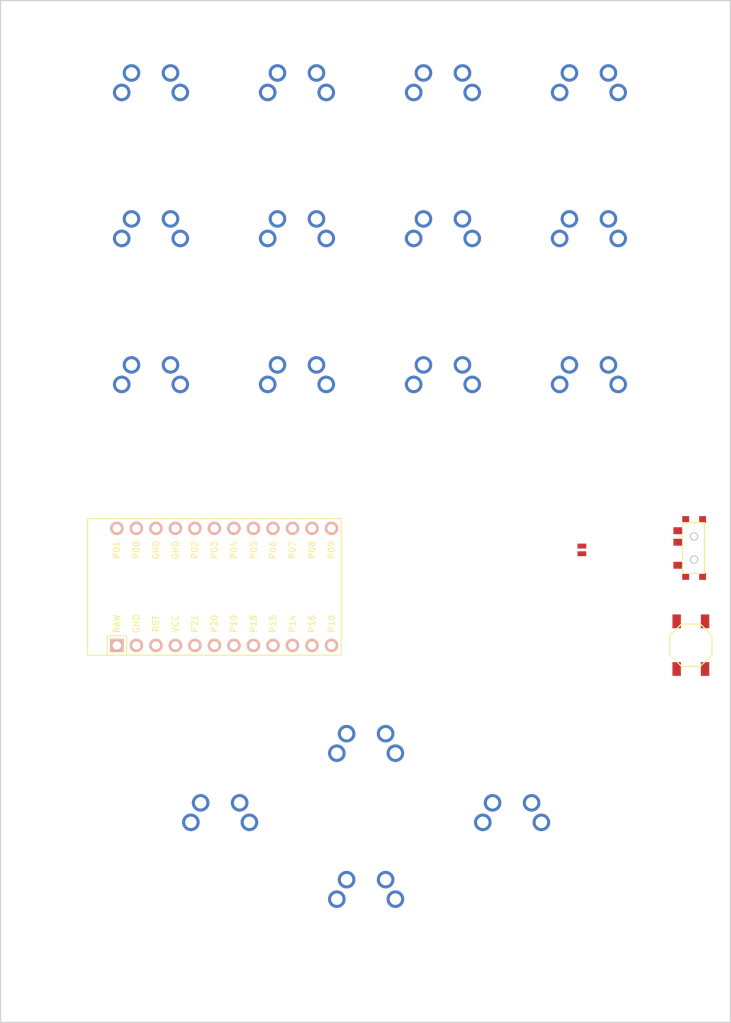
<source format=kicad_pcb>
(kicad_pcb (version 20241229) (generator "pcbnew") (generator_version "9.0")
  (title_block (title "navigatorPCB") (rev "v1.0.0") (company "Unknown"))
  (layers (0 "F.Cu" signal) (2 "B.Cu" signal) (13 "F.Paste" user) (15 "B.Paste" user) (5 "F.SilkS" user) (7 "B.SilkS" user) (1 "F.Mask" user) (3 "B.Mask" user) (25 "Edge.Cuts" user))
  (net 0 "")
  (net 1 "GND")
  (net 2 "macropad_pinky_bottom")
  (net 3 "macropad_pinky_middle")
  (net 4 "macropad_pinky_top")
  (net 5 "macropad_ring_bottom")
  (net 6 "macropad_ring_middle")
  (net 7 "macropad_ring_top")
  (net 8 "macropad_middle_bottom")
  (net 9 "macropad_middle_middle")
  (net 10 "macropad_middle_top")
  (net 11 "macropad_index_bottom")
  (net 12 "macropad_index_middle")
  (net 13 "macropad_index_top")
  (net 14 "navigator_left_down")
  (net 15 "navigator_updown_down")
  (net 16 "navigator_updown_up")
  (net 17 "navigator_right_down")
  (net 18 "RAW")
  (net 19 "RST")
  (net 20 "VCC")
  (net 21 "P0")
  (net 22 "navigator_left_up")
  (net 23 "P9")
  (net 24 "powerswitch")
  (net 25 "battery")
  (footprint "E73:SPDT_C128955" (layer "F.Cu") (at 106.115 86.25 -90)
    (property "Reference" "T1" (hide yes))
    (property "Value" "" (hide yes))
    (fp_line (start -3.3 1.5) (end 3.3 1.5) (stroke (width 0.15)) (layer "F.SilkS"))
    (fp_line (start 3.3 1.5) (end 3.3 -1.35) (stroke (width 0.15)) (layer "F.SilkS"))
    (fp_line (start -3.3 -1.35) (end -3.3 1.5) (stroke (width 0.15)) (layer "F.SilkS"))
    (fp_line (start 0 -1.35) (end -3.3 -1.35) (stroke (width 0.15)) (layer "F.SilkS"))
    (fp_line (start 0 -1.35) (end 3.3 -1.35) (stroke (width 0.15)) (layer "F.SilkS"))
    (fp_line (start 1.95 -1.35) (end -1.95 -1.35) (stroke (width 0.15)) (layer "F.SilkS"))
    (pad "" smd rect (at -3.7 -1.1 270) (size 0.9 0.9) (layers "F.Cu" "F.Mask" "F.Paste"))
    (pad "" smd rect (at -3.7 1.1 270) (size 0.9 0.9) (layers "F.Cu" "F.Mask" "F.Paste"))
    (pad "" np_thru_hole circle (at -1.5 0 270) (size 1 1) (drill 0.9) (layers "*.Cu" "*.Mask"))
    (pad "" np_thru_hole circle (at 1.5 0 270) (size 1 1) (drill 0.9) (layers "*.Cu" "*.Mask"))
    (pad "" smd rect (at 3.7 -1.1 270) (size 0.9 0.9) (layers "F.Cu" "F.Mask" "F.Paste"))
    (pad "" smd rect (at 3.7 1.1 270) (size 0.9 0.9) (layers "F.Cu" "F.Mask" "F.Paste"))
    (pad "1" smd rect (at 2.25 2.075 270) (size 0.9 1.25) (layers "F.Cu" "F.Mask" "F.Paste") (net 25 "battery"))
    (pad "2" smd rect (at -0.75 2.075 270) (size 0.9 1.25) (layers "F.Cu" "F.Mask" "F.Paste") (net 20 "VCC"))
    (pad "3" smd rect (at -2.25 2.075 270) (size 0.9 1.25) (layers "F.Cu" "F.Mask" "F.Paste"))
  )
  (footprint "E73:SW_TACT_ALPS_SKQGABE010" (layer "F.Cu") (at 105.69 98.9 90)
    (property "Reference" "B1" (hide yes))
    (property "Value" "" (hide yes))
    (fp_line (start -1.25 -2.75) (end 1.25 -2.75) (stroke (width 0.15)) (layer "F.SilkS"))
    (fp_line (start 2.75 -1.25) (end 1.25 -2.75) (stroke (width 0.15)) (layer "F.SilkS"))
    (fp_line (start 2.75 -1.25) (end 2.75 1.25) (stroke (width 0.15)) (layer "F.SilkS"))
    (fp_line (start -2.75 -1.25) (end -1.25 -2.75) (stroke (width 0.15)) (layer "F.SilkS"))
    (fp_line (start -2.75 -1.25) (end -2.75 1.25) (stroke (width 0.15)) (layer "F.SilkS"))
    (fp_line (start 2.75 1.25) (end 1.25 2.75) (stroke (width 0.15)) (layer "F.SilkS"))
    (fp_line (start -2.75 1.25) (end -1.25 2.75) (stroke (width 0.15)) (layer "F.SilkS"))
    (fp_line (start -1.25 2.75) (end 1.25 2.75) (stroke (width 0.15)) (layer "F.SilkS"))
    (pad "1" smd rect (at -3.1 -1.85 90) (size 1.8 1.1) (layers "F.Cu" "F.Mask" "F.Paste") (net 19 "RST"))
    (pad "1" smd rect (at 3.1 -1.85 90) (size 1.8 1.1) (layers "F.Cu" "F.Mask" "F.Paste") (net 19 "RST"))
    (pad "2" smd rect (at -3.1 1.85 90) (size 1.8 1.1) (layers "F.Cu" "F.Mask" "F.Paste") (net 1 "GND"))
    (pad "2" smd rect (at 3.1 1.85 90) (size 1.8 1.1) (layers "F.Cu" "F.Mask" "F.Paste") (net 1 "GND"))
  )
  (footprint "lib:Jumper" (layer "F.Cu") (at 91.5 86.5 -90)
    (property "Reference" "J1" (hide yes))
    (property "Value" "Jumper")
    (pad "1" smd rect (at -0.50038 0 270) (size 0.635 1.143) (layers "F.Cu" "F.Mask" "F.Paste") (net 20 "VCC") (clearance 0.1905))
    (pad "2" smd rect (at 0.50038 0 270) (size 0.635 1.143) (layers "F.Cu" "F.Mask" "F.Paste") (net 24 "powerswitch") (clearance 0.1905))
  )
  (footprint "MX" (layer "F.Cu") (at 82.42 124.5)
    (property "Reference" "S16" (hide yes))
    (property "Value" "" (hide yes))
    (pad "" np_thru_hole circle (at -5.08 0) (size 1.7018 1.7018) (drill 1.7018) (layers "*.Cu" "*.Mask"))
    (pad "" np_thru_hole circle (at 0 0) (size 3.9878 3.9878) (drill 3.9878) (layers "*.Cu" "*.Mask"))
    (pad "" np_thru_hole circle (at 5.08 0) (size 1.7018 1.7018) (drill 1.7018) (layers "*.Cu" "*.Mask"))
    (pad "1" thru_hole circle (at -2.54 -5.08) (size 2.286 2.286) (drill 1.4986) (layers "*.Cu" "*.Mask") (net 1 "GND"))
    (pad "1" thru_hole circle (at 2.54 -5.08) (size 2.286 2.286) (drill 1.4986) (layers "*.Cu" "*.Mask") (net 1 "GND"))
    (pad "2" thru_hole circle (at -3.81 -2.54) (size 2.286 2.286) (drill 1.4986) (layers "*.Cu" "*.Mask") (net 17 "navigator_right_down"))
    (pad "2" thru_hole circle (at 3.81 -2.54) (size 2.286 2.286) (drill 1.4986) (layers "*.Cu" "*.Mask") (net 17 "navigator_right_down"))
  )
  (footprint "MX" (layer "F.Cu") (at 63.42 115.5)
    (property "Reference" "S15" (hide yes))
    (property "Value" "" (hide yes))
    (pad "" np_thru_hole circle (at -5.08 0) (size 1.7018 1.7018) (drill 1.7018) (layers "*.Cu" "*.Mask"))
    (pad "" np_thru_hole circle (at 0 0) (size 3.9878 3.9878) (drill 3.9878) (layers "*.Cu" "*.Mask"))
    (pad "" np_thru_hole circle (at 5.08 0) (size 1.7018 1.7018) (drill 1.7018) (layers "*.Cu" "*.Mask"))
    (pad "1" thru_hole circle (at -2.54 -5.08) (size 2.286 2.286) (drill 1.4986) (layers "*.Cu" "*.Mask") (net 1 "GND"))
    (pad "1" thru_hole circle (at 2.54 -5.08) (size 2.286 2.286) (drill 1.4986) (layers "*.Cu" "*.Mask") (net 1 "GND"))
    (pad "2" thru_hole circle (at -3.81 -2.54) (size 2.286 2.286) (drill 1.4986) (layers "*.Cu" "*.Mask") (net 16 "navigator_updown_up"))
    (pad "2" thru_hole circle (at 3.81 -2.54) (size 2.286 2.286) (drill 1.4986) (layers "*.Cu" "*.Mask") (net 16 "navigator_updown_up"))
  )
  (footprint "MX" (layer "F.Cu") (at 92.42 67.5)
    (property "Reference" "S10" (hide yes))
    (property "Value" "" (hide yes))
    (pad "" np_thru_hole circle (at -5.08 0) (size 1.7018 1.7018) (drill 1.7018) (layers "*.Cu" "*.Mask"))
    (pad "" np_thru_hole circle (at 0 0) (size 3.9878 3.9878) (drill 3.9878) (layers "*.Cu" "*.Mask"))
    (pad "" np_thru_hole circle (at 5.08 0) (size 1.7018 1.7018) (drill 1.7018) (layers "*.Cu" "*.Mask"))
    (pad "1" thru_hole circle (at -2.54 -5.08) (size 2.286 2.286) (drill 1.4986) (layers "*.Cu" "*.Mask") (net 1 "GND"))
    (pad "1" thru_hole circle (at 2.54 -5.08) (size 2.286 2.286) (drill 1.4986) (layers "*.Cu" "*.Mask") (net 1 "GND"))
    (pad "2" thru_hole circle (at -3.81 -2.54) (size 2.286 2.286) (drill 1.4986) (layers "*.Cu" "*.Mask") (net 11 "macropad_index_bottom"))
    (pad "2" thru_hole circle (at 3.81 -2.54) (size 2.286 2.286) (drill 1.4986) (layers "*.Cu" "*.Mask") (net 11 "macropad_index_bottom"))
  )
  (footprint "MX" (layer "F.Cu") (at 54.42 48.5)
    (property "Reference" "S5" (hide yes))
    (property "Value" "" (hide yes))
    (pad "" np_thru_hole circle (at -5.08 0) (size 1.7018 1.7018) (drill 1.7018) (layers "*.Cu" "*.Mask"))
    (pad "" np_thru_hole circle (at 0 0) (size 3.9878 3.9878) (drill 3.9878) (layers "*.Cu" "*.Mask"))
    (pad "" np_thru_hole circle (at 5.08 0) (size 1.7018 1.7018) (drill 1.7018) (layers "*.Cu" "*.Mask"))
    (pad "1" thru_hole circle (at -2.54 -5.08) (size 2.286 2.286) (drill 1.4986) (layers "*.Cu" "*.Mask") (net 1 "GND"))
    (pad "1" thru_hole circle (at 2.54 -5.08) (size 2.286 2.286) (drill 1.4986) (layers "*.Cu" "*.Mask") (net 1 "GND"))
    (pad "2" thru_hole circle (at -3.81 -2.54) (size 2.286 2.286) (drill 1.4986) (layers "*.Cu" "*.Mask") (net 6 "macropad_ring_middle"))
    (pad "2" thru_hole circle (at 3.81 -2.54) (size 2.286 2.286) (drill 1.4986) (layers "*.Cu" "*.Mask") (net 6 "macropad_ring_middle"))
  )
  (footprint "MX" (layer "F.Cu") (at 35.42 67.5)
    (property "Reference" "S1" (hide yes))
    (property "Value" "" (hide yes))
    (pad "" np_thru_hole circle (at -5.08 0) (size 1.7018 1.7018) (drill 1.7018) (layers "*.Cu" "*.Mask"))
    (pad "" np_thru_hole circle (at 0 0) (size 3.9878 3.9878) (drill 3.9878) (layers "*.Cu" "*.Mask"))
    (pad "" np_thru_hole circle (at 5.08 0) (size 1.7018 1.7018) (drill 1.7018) (layers "*.Cu" "*.Mask"))
    (pad "1" thru_hole circle (at -2.54 -5.08) (size 2.286 2.286) (drill 1.4986) (layers "*.Cu" "*.Mask") (net 1 "GND"))
    (pad "1" thru_hole circle (at 2.54 -5.08) (size 2.286 2.286) (drill 1.4986) (layers "*.Cu" "*.Mask") (net 1 "GND"))
    (pad "2" thru_hole circle (at -3.81 -2.54) (size 2.286 2.286) (drill 1.4986) (layers "*.Cu" "*.Mask") (net 2 "macropad_pinky_bottom"))
    (pad "2" thru_hole circle (at 3.81 -2.54) (size 2.286 2.286) (drill 1.4986) (layers "*.Cu" "*.Mask") (net 2 "macropad_pinky_bottom"))
  )
  (footprint "MX" (layer "F.Cu") (at 92.42 29.5)
    (property "Reference" "S12" (hide yes))
    (property "Value" "" (hide yes))
    (pad "" np_thru_hole circle (at -5.08 0) (size 1.7018 1.7018) (drill 1.7018) (layers "*.Cu" "*.Mask"))
    (pad "" np_thru_hole circle (at 0 0) (size 3.9878 3.9878) (drill 3.9878) (layers "*.Cu" "*.Mask"))
    (pad "" np_thru_hole circle (at 5.08 0) (size 1.7018 1.7018) (drill 1.7018) (layers "*.Cu" "*.Mask"))
    (pad "1" thru_hole circle (at -2.54 -5.08) (size 2.286 2.286) (drill 1.4986) (layers "*.Cu" "*.Mask") (net 1 "GND"))
    (pad "1" thru_hole circle (at 2.54 -5.08) (size 2.286 2.286) (drill 1.4986) (layers "*.Cu" "*.Mask") (net 1 "GND"))
    (pad "2" thru_hole circle (at -3.81 -2.54) (size 2.286 2.286) (drill 1.4986) (layers "*.Cu" "*.Mask") (net 13 "macropad_index_top"))
    (pad "2" thru_hole circle (at 3.81 -2.54) (size 2.286 2.286) (drill 1.4986) (layers "*.Cu" "*.Mask") (net 13 "macropad_index_top"))
  )
  (footprint "MX" (layer "F.Cu") (at 35.42 48.5)
    (property "Reference" "S2" (hide yes))
    (property "Value" "" (hide yes))
    (pad "" np_thru_hole circle (at -5.08 0) (size 1.7018 1.7018) (drill 1.7018) (layers "*.Cu" "*.Mask"))
    (pad "" np_thru_hole circle (at 0 0) (size 3.9878 3.9878) (drill 3.9878) (layers "*.Cu" "*.Mask"))
    (pad "" np_thru_hole circle (at 5.08 0) (size 1.7018 1.7018) (drill 1.7018) (layers "*.Cu" "*.Mask"))
    (pad "1" thru_hole circle (at -2.54 -5.08) (size 2.286 2.286) (drill 1.4986) (layers "*.Cu" "*.Mask") (net 1 "GND"))
    (pad "1" thru_hole circle (at 2.54 -5.08) (size 2.286 2.286) (drill 1.4986) (layers "*.Cu" "*.Mask") (net 1 "GND"))
    (pad "2" thru_hole circle (at -3.81 -2.54) (size 2.286 2.286) (drill 1.4986) (layers "*.Cu" "*.Mask") (net 3 "macropad_pinky_middle"))
    (pad "2" thru_hole circle (at 3.81 -2.54) (size 2.286 2.286) (drill 1.4986) (layers "*.Cu" "*.Mask") (net 3 "macropad_pinky_middle"))
  )
  (footprint "MX" (layer "F.Cu") (at 54.42 67.5)
    (property "Reference" "S4" (hide yes))
    (property "Value" "" (hide yes))
    (pad "" np_thru_hole circle (at -5.08 0) (size 1.7018 1.7018) (drill 1.7018) (layers "*.Cu" "*.Mask"))
    (pad "" np_thru_hole circle (at 0 0) (size 3.9878 3.9878) (drill 3.9878) (layers "*.Cu" "*.Mask"))
    (pad "" np_thru_hole circle (at 5.08 0) (size 1.7018 1.7018) (drill 1.7018) (layers "*.Cu" "*.Mask"))
    (pad "1" thru_hole circle (at -2.54 -5.08) (size 2.286 2.286) (drill 1.4986) (layers "*.Cu" "*.Mask") (net 1 "GND"))
    (pad "1" thru_hole circle (at 2.54 -5.08) (size 2.286 2.286) (drill 1.4986) (layers "*.Cu" "*.Mask") (net 1 "GND"))
    (pad "2" thru_hole circle (at -3.81 -2.54) (size 2.286 2.286) (drill 1.4986) (layers "*.Cu" "*.Mask") (net 5 "macropad_ring_bottom"))
    (pad "2" thru_hole circle (at 3.81 -2.54) (size 2.286 2.286) (drill 1.4986) (layers "*.Cu" "*.Mask") (net 5 "macropad_ring_bottom"))
  )
  (footprint "MX" (layer "F.Cu") (at 92.42 48.5)
    (property "Reference" "S11" (hide yes))
    (property "Value" "" (hide yes))
    (pad "" np_thru_hole circle (at -5.08 0) (size 1.7018 1.7018) (drill 1.7018) (layers "*.Cu" "*.Mask"))
    (pad "" np_thru_hole circle (at 0 0) (size 3.9878 3.9878) (drill 3.9878) (layers "*.Cu" "*.Mask"))
    (pad "" np_thru_hole circle (at 5.08 0) (size 1.7018 1.7018) (drill 1.7018) (layers "*.Cu" "*.Mask"))
    (pad "1" thru_hole circle (at -2.54 -5.08) (size 2.286 2.286) (drill 1.4986) (layers "*.Cu" "*.Mask") (net 1 "GND"))
    (pad "1" thru_hole circle (at 2.54 -5.08) (size 2.286 2.286) (drill 1.4986) (layers "*.Cu" "*.Mask") (net 1 "GND"))
    (pad "2" thru_hole circle (at -3.81 -2.54) (size 2.286 2.286) (drill 1.4986) (layers "*.Cu" "*.Mask") (net 12 "macropad_index_middle"))
    (pad "2" thru_hole circle (at 3.81 -2.54) (size 2.286 2.286) (drill 1.4986) (layers "*.Cu" "*.Mask") (net 12 "macropad_index_middle"))
  )
  (footprint "ProMicro" (layer "F.Cu") (at 44.945 91.3125)
    (property "Reference" "MCU1" (hide yes))
    (property "Value" "" (hide yes))
    (fp_line (start -17.78 -8.89) (end -17.78 8.89) (stroke (width 0.15)) (layer "F.SilkS"))
    (fp_line (start -17.78 8.89) (end 15.24 8.89) (stroke (width 0.15)) (layer "F.SilkS"))
    (fp_line (start -15.24 6.35) (end -15.24 8.89) (stroke (width 0.15)) (layer "F.SilkS"))
    (fp_line (start -15.24 6.35) (end -12.7 6.35) (stroke (width 0.15)) (layer "F.SilkS"))
    (fp_line (start -12.7 6.35) (end -12.7 8.89) (stroke (width 0.15)) (layer "F.SilkS"))
    (fp_line (start 15.24 -8.89) (end -17.78 -8.89) (stroke (width 0.15)) (layer "F.SilkS"))
    (fp_line (start 15.24 8.89) (end 15.24 -8.89) (stroke (width 0.15)) (layer "F.SilkS"))
    (fp_text user "P08" (at 11.43 -4.8 90) (layer "F.SilkS") (effects (font (size 0.8 0.8))))
    (fp_text user "P00" (at -11.43 -4.8 90) (layer "F.SilkS") (effects (font (size 0.8 0.8))))
    (fp_text user "RST" (at -8.89 4.8 90) (layer "F.SilkS") (effects (font (size 0.8 0.8))))
    (fp_text user "P10" (at 13.97 4.8 90) (layer "F.SilkS") (effects (font (size 0.8 0.8))))
    (fp_text user "P04" (at 1.27 -4.8 90) (layer "F.SilkS") (effects (font (size 0.8 0.8))))
    (fp_text user "VCC" (at -6.35 4.8 90) (layer "F.SilkS") (effects (font (size 0.8 0.8))))
    (fp_text user "P20" (at -1.27 4.8 90) (layer "F.SilkS") (effects (font (size 0.8 0.8))))
    (fp_text user "P06" (at 6.35 -4.8 90) (layer "F.SilkS") (effects (font (size 0.8 0.8))))
    (fp_text user "P03" (at -1.27 -4.8 90) (layer "F.SilkS") (effects (font (size 0.8 0.8))))
    (fp_text user "P05" (at 3.81 -4.8 90) (layer "F.SilkS") (effects (font (size 0.8 0.8))))
    (fp_text user "P02" (at -3.81 -4.8 90) (layer "F.SilkS") (effects (font (size 0.8 0.8))))
    (fp_text user "P15" (at 6.35 4.8 90) (layer "F.SilkS") (effects (font (size 0.8 0.8))))
    (fp_text user "P21" (at -3.81 4.8 90) (layer "F.SilkS") (effects (font (size 0.8 0.8))))
    (fp_text user "P01" (at -13.97 -4.8 90) (layer "F.SilkS") (effects (font (size 0.8 0.8))))
    (fp_text user "GND" (at -11.43 4.8 90) (layer "F.SilkS") (effects (font (size 0.8 0.8))))
    (fp_text user "RAW" (at -13.97 4.8 90) (layer "F.SilkS") (effects (font (size 0.8 0.8))))
    (fp_text user "P09" (at 13.97 -4.8 90) (layer "F.SilkS") (effects (font (size 0.8 0.8))))
    (fp_text user "GND" (at -6.35 -4.8 90) (layer "F.SilkS") (effects (font (size 0.8 0.8))))
    (fp_text user "P07" (at 8.89 -4.8 90) (layer "F.SilkS") (effects (font (size 0.8 0.8))))
    (fp_text user "P16" (at 11.43 4.8 90) (layer "F.SilkS") (effects (font (size 0.8 0.8))))
    (fp_text user "P14" (at 8.89 4.8 90) (layer "F.SilkS") (effects (font (size 0.8 0.8))))
    (fp_text user "P19" (at 1.27 4.8 90) (layer "F.SilkS") (effects (font (size 0.8 0.8))))
    (fp_text user "P18" (at 3.81 4.8 90) (layer "F.SilkS") (effects (font (size 0.8 0.8))))
    (fp_text user "GND" (at -8.89 -4.8 90) (layer "F.SilkS") (effects (font (size 0.8 0.8))))
    (pad "1" thru_hole rect (at -13.97 7.62) (size 1.7526 1.7526) (drill 1.0922) (layers "*.Cu" "*.SilkS" "*.Mask") (net 18 "RAW"))
    (pad "2" thru_hole circle (at -11.43 7.62) (size 1.7526 1.7526) (drill 1.0922) (layers "*.Cu" "*.SilkS" "*.Mask") (net 1 "GND"))
    (pad "3" thru_hole circle (at -8.89 7.62) (size 1.7526 1.7526) (drill 1.0922) (layers "*.Cu" "*.SilkS" "*.Mask") (net 19 "RST"))
    (pad "4" thru_hole circle (at -6.35 7.62) (size 1.7526 1.7526) (drill 1.0922) (layers "*.Cu" "*.SilkS" "*.Mask") (net 20 "VCC"))
    (pad "5" thru_hole circle (at -3.81 7.62) (size 1.7526 1.7526) (drill 1.0922) (layers "*.Cu" "*.SilkS" "*.Mask") (net 3 "macropad_pinky_middle"))
    (pad "6" thru_hole circle (at -1.27 7.62) (size 1.7526 1.7526) (drill 1.0922) (layers "*.Cu" "*.SilkS" "*.Mask") (net 13 "macropad_index_top"))
    (pad "7" thru_hole circle (at 1.27 7.62) (size 1.7526 1.7526) (drill 1.0922) (layers "*.Cu" "*.SilkS" "*.Mask") (net 10 "macropad_middle_top"))
    (pad "8" thru_hole circle (at 3.81 7.62) (size 1.7526 1.7526) (drill 1.0922) (layers "*.Cu" "*.SilkS" "*.Mask") (net 7 "macropad_ring_top"))
    (pad "9" thru_hole circle (at 6.35 7.62) (size 1.7526 1.7526) (drill 1.0922) (layers "*.Cu" "*.SilkS" "*.Mask") (net 6 "macropad_ring_middle"))
    (pad "10" thru_hole circle (at 8.89 7.62) (size 1.7526 1.7526) (drill 1.0922) (layers "*.Cu" "*.SilkS" "*.Mask") (net 9 "macropad_middle_middle"))
    (pad "11" thru_hole circle (at 11.43 7.62) (size 1.7526 1.7526) (drill 1.0922) (layers "*.Cu" "*.SilkS" "*.Mask") (net 12 "macropad_index_middle"))
    (pad "12" thru_hole circle (at 13.97 7.62) (size 1.7526 1.7526) (drill 1.0922) (layers "*.Cu" "*.SilkS" "*.Mask") (net 2 "macropad_pinky_bottom"))
    (pad "13" thru_hole circle (at -13.97 -7.62) (size 1.7526 1.7526) (drill 1.0922) (layers "*.Cu" "*.SilkS" "*.Mask") (net 5 "macropad_ring_bottom"))
    (pad "14" thru_hole circle (at -11.43 -7.62) (size 1.7526 1.7526) (drill 1.0922) (layers "*.Cu" "*.SilkS" "*.Mask") (net 21 "P0"))
    (pad "15" thru_hole circle (at -8.89 -7.62) (size 1.7526 1.7526) (drill 1.0922) (layers "*.Cu" "*.SilkS" "*.Mask") (net 1 "GND"))
    (pad "16" thru_hole circle (at -6.35 -7.62) (size 1.7526 1.7526) (drill 1.0922) (layers "*.Cu" "*.SilkS" "*.Mask") (net 1 "GND"))
    (pad "17" thru_hole circle (at -3.81 -7.62) (size 1.7526 1.7526) (drill 1.0922) (layers "*.Cu" "*.SilkS" "*.Mask") (net 8 "macropad_middle_bottom"))
    (pad "18" thru_hole circle (at -1.27 -7.62) (size 1.7526 1.7526) (drill 1.0922) (layers "*.Cu" "*.SilkS" "*.Mask") (net 11 "macropad_index_bottom"))
    (pad "19" thru_hole circle (at 1.27 -7.62) (size 1.7526 1.7526) (drill 1.0922) (layers "*.Cu" "*.SilkS" "*.Mask") (net 22 "navigator_left_up"))
    (pad "20" thru_hole circle (at 3.81 -7.62) (size 1.7526 1.7526) (drill 1.0922) (layers "*.Cu" "*.SilkS" "*.Mask") (net 16 "navigator_updown_up"))
    (pad "21" thru_hole circle (at 6.35 -7.62) (size 1.7526 1.7526) (drill 1.0922) (layers "*.Cu" "*.SilkS" "*.Mask") (net 15 "navigator_updown_down"))
    (pad "22" thru_hole circle (at 8.89 -7.62) (size 1.7526 1.7526) (drill 1.0922) (layers "*.Cu" "*.SilkS" "*.Mask") (net 4 "macropad_pinky_top"))
    (pad "23" thru_hole circle (at 11.43 -7.62) (size 1.7526 1.7526) (drill 1.0922) (layers "*.Cu" "*.SilkS" "*.Mask") (net 17 "navigator_right_down"))
    (pad "24" thru_hole circle (at 13.97 -7.62) (size 1.7526 1.7526) (drill 1.0922) (layers "*.Cu" "*.SilkS" "*.Mask") (net 23 "P9"))
  )
  (footprint "MX" (layer "F.Cu") (at 73.42 48.5)
    (property "Reference" "S8" (hide yes))
    (property "Value" "" (hide yes))
    (pad "" np_thru_hole circle (at -5.08 0) (size 1.7018 1.7018) (drill 1.7018) (layers "*.Cu" "*.Mask"))
    (pad "" np_thru_hole circle (at 0 0) (size 3.9878 3.9878) (drill 3.9878) (layers "*.Cu" "*.Mask"))
    (pad "" np_thru_hole circle (at 5.08 0) (size 1.7018 1.7018) (drill 1.7018) (layers "*.Cu" "*.Mask"))
    (pad "1" thru_hole circle (at -2.54 -5.08) (size 2.286 2.286) (drill 1.4986) (layers "*.Cu" "*.Mask") (net 1 "GND"))
    (pad "1" thru_hole circle (at 2.54 -5.08) (size 2.286 2.286) (drill 1.4986) (layers "*.Cu" "*.Mask") (net 1 "GND"))
    (pad "2" thru_hole circle (at -3.81 -2.54) (size 2.286 2.286) (drill 1.4986) (layers "*.Cu" "*.Mask") (net 9 "macropad_middle_middle"))
    (pad "2" thru_hole circle (at 3.81 -2.54) (size 2.286 2.286) (drill 1.4986) (layers "*.Cu" "*.Mask") (net 9 "macropad_middle_middle"))
  )
  (footprint "MX" (layer "F.Cu") (at 54.42 29.5)
    (property "Reference" "S6" (hide yes))
    (property "Value" "" (hide yes))
    (pad "" np_thru_hole circle (at -5.08 0) (size 1.7018 1.7018) (drill 1.7018) (layers "*.Cu" "*.Mask"))
    (pad "" np_thru_hole circle (at 0 0) (size 3.9878 3.9878) (drill 3.9878) (layers "*.Cu" "*.Mask"))
    (pad "" np_thru_hole circle (at 5.08 0) (size 1.7018 1.7018) (drill 1.7018) (layers "*.Cu" "*.Mask"))
    (pad "1" thru_hole circle (at -2.54 -5.08) (size 2.286 2.286) (drill 1.4986) (layers "*.Cu" "*.Mask") (net 1 "GND"))
    (pad "1" thru_hole circle (at 2.54 -5.08) (size 2.286 2.286) (drill 1.4986) (layers "*.Cu" "*.Mask") (net 1 "GND"))
    (pad "2" thru_hole circle (at -3.81 -2.54) (size 2.286 2.286) (drill 1.4986) (layers "*.Cu" "*.Mask") (net 7 "macropad_ring_top"))
    (pad "2" thru_hole circle (at 3.81 -2.54) (size 2.286 2.286) (drill 1.4986) (layers "*.Cu" "*.Mask") (net 7 "macropad_ring_top"))
  )
  (footprint "MX" (layer "F.Cu") (at 73.42 67.5)
    (property "Reference" "S7" (hide yes))
    (property "Value" "" (hide yes))
    (pad "" np_thru_hole circle (at -5.08 0) (size 1.7018 1.7018) (drill 1.7018) (layers "*.Cu" "*.Mask"))
    (pad "" np_thru_hole circle (at 0 0) (size 3.9878 3.9878) (drill 3.9878) (layers "*.Cu" "*.Mask"))
    (pad "" np_thru_hole circle (at 5.08 0) (size 1.7018 1.7018) (drill 1.7018) (layers "*.Cu" "*.Mask"))
    (pad "1" thru_hole circle (at -2.54 -5.08) (size 2.286 2.286) (drill 1.4986) (layers "*.Cu" "*.Mask") (net 1 "GND"))
    (pad "1" thru_hole circle (at 2.54 -5.08) (size 2.286 2.286) (drill 1.4986) (layers "*.Cu" "*.Mask") (net 1 "GND"))
    (pad "2" thru_hole circle (at -3.81 -2.54) (size 2.286 2.286) (drill 1.4986) (layers "*.Cu" "*.Mask") (net 8 "macropad_middle_bottom"))
    (pad "2" thru_hole circle (at 3.81 -2.54) (size 2.286 2.286) (drill 1.4986) (layers "*.Cu" "*.Mask") (net 8 "macropad_middle_bottom"))
  )
  (footprint "MX" (layer "F.Cu") (at 73.42 29.5)
    (property "Reference" "S9" (hide yes))
    (property "Value" "" (hide yes))
    (pad "" np_thru_hole circle (at -5.08 0) (size 1.7018 1.7018) (drill 1.7018) (layers "*.Cu" "*.Mask"))
    (pad "" np_thru_hole circle (at 0 0) (size 3.9878 3.9878) (drill 3.9878) (layers "*.Cu" "*.Mask"))
    (pad "" np_thru_hole circle (at 5.08 0) (size 1.7018 1.7018) (drill 1.7018) (layers "*.Cu" "*.Mask"))
    (pad "1" thru_hole circle (at -2.54 -5.08) (size 2.286 2.286) (drill 1.4986) (layers "*.Cu" "*.Mask") (net 1 "GND"))
    (pad "1" thru_hole circle (at 2.54 -5.08) (size 2.286 2.286) (drill 1.4986) (layers "*.Cu" "*.Mask") (net 1 "GND"))
    (pad "2" thru_hole circle (at -3.81 -2.54) (size 2.286 2.286) (drill 1.4986) (layers "*.Cu" "*.Mask") (net 10 "macropad_middle_top"))
    (pad "2" thru_hole circle (at 3.81 -2.54) (size 2.286 2.286) (drill 1.4986) (layers "*.Cu" "*.Mask") (net 10 "macropad_middle_top"))
  )
  (footprint "MX" (layer "F.Cu") (at 35.42 29.5)
    (property "Reference" "S3" (hide yes))
    (property "Value" "" (hide yes))
    (pad "" np_thru_hole circle (at -5.08 0) (size 1.7018 1.7018) (drill 1.7018) (layers "*.Cu" "*.Mask"))
    (pad "" np_thru_hole circle (at 0 0) (size 3.9878 3.9878) (drill 3.9878) (layers "*.Cu" "*.Mask"))
    (pad "" np_thru_hole circle (at 5.08 0) (size 1.7018 1.7018) (drill 1.7018) (layers "*.Cu" "*.Mask"))
    (pad "1" thru_hole circle (at -2.54 -5.08) (size 2.286 2.286) (drill 1.4986) (layers "*.Cu" "*.Mask") (net 1 "GND"))
    (pad "1" thru_hole circle (at 2.54 -5.08) (size 2.286 2.286) (drill 1.4986) (layers "*.Cu" "*.Mask") (net 1 "GND"))
    (pad "2" thru_hole circle (at -3.81 -2.54) (size 2.286 2.286) (drill 1.4986) (layers "*.Cu" "*.Mask") (net 4 "macropad_pinky_top"))
    (pad "2" thru_hole circle (at 3.81 -2.54) (size 2.286 2.286) (drill 1.4986) (layers "*.Cu" "*.Mask") (net 4 "macropad_pinky_top"))
  )
  (footprint "MX" (layer "F.Cu") (at 44.42 124.5)
    (property "Reference" "S13" (hide yes))
    (property "Value" "" (hide yes))
    (pad "" np_thru_hole circle (at -5.08 0) (size 1.7018 1.7018) (drill 1.7018) (layers "*.Cu" "*.Mask"))
    (pad "" np_thru_hole circle (at 0 0) (size 3.9878 3.9878) (drill 3.9878) (layers "*.Cu" "*.Mask"))
    (pad "" np_thru_hole circle (at 5.08 0) (size 1.7018 1.7018) (drill 1.7018) (layers "*.Cu" "*.Mask"))
    (pad "1" thru_hole circle (at -2.54 -5.08) (size 2.286 2.286) (drill 1.4986) (layers "*.Cu" "*.Mask") (net 1 "GND"))
    (pad "1" thru_hole circle (at 2.54 -5.08) (size 2.286 2.286) (drill 1.4986) (layers "*.Cu" "*.Mask") (net 1 "GND"))
    (pad "2" thru_hole circle (at -3.81 -2.54) (size 2.286 2.286) (drill 1.4986) (layers "*.Cu" "*.Mask") (net 14 "navigator_left_down"))
    (pad "2" thru_hole circle (at 3.81 -2.54) (size 2.286 2.286) (drill 1.4986) (layers "*.Cu" "*.Mask") (net 14 "navigator_left_down"))
  )
  (footprint "MX" (layer "F.Cu") (at 63.42 134.5)
    (property "Reference" "S14" (hide yes))
    (property "Value" "" (hide yes))
    (pad "" np_thru_hole circle (at -5.08 0) (size 1.7018 1.7018) (drill 1.7018) (layers "*.Cu" "*.Mask"))
    (pad "" np_thru_hole circle (at 0 0) (size 3.9878 3.9878) (drill 3.9878) (layers "*.Cu" "*.Mask"))
    (pad "" np_thru_hole circle (at 5.08 0) (size 1.7018 1.7018) (drill 1.7018) (layers "*.Cu" "*.Mask"))
    (pad "1" thru_hole circle (at -2.54 -5.08) (size 2.286 2.286) (drill 1.4986) (layers "*.Cu" "*.Mask") (net 1 "GND"))
    (pad "1" thru_hole circle (at 2.54 -5.08) (size 2.286 2.286) (drill 1.4986) (layers "*.Cu" "*.Mask") (net 1 "GND"))
    (pad "2" thru_hole circle (at -3.81 -2.54) (size 2.286 2.286) (drill 1.4986) (layers "*.Cu" "*.Mask") (net 15 "navigator_updown_down"))
    (pad "2" thru_hole circle (at 3.81 -2.54) (size 2.286 2.286) (drill 1.4986) (layers "*.Cu" "*.Mask") (net 15 "navigator_updown_down"))
  )
  (gr_line (start 110.84 15) (end 15.84 15) (stroke (width 0.15)) (layer "Edge.Cuts"))
  (gr_line (start 15.84 15) (end 15.84 148) (stroke (width 0.15)) (layer "Edge.Cuts"))
  (gr_line (start 110.84 148) (end 110.84 15) (stroke (width 0.15)) (layer "Edge.Cuts"))
  (gr_line (start 15.84 148) (end 110.84 148) (stroke (width 0.15)) (layer "Edge.Cuts"))
)
</source>
